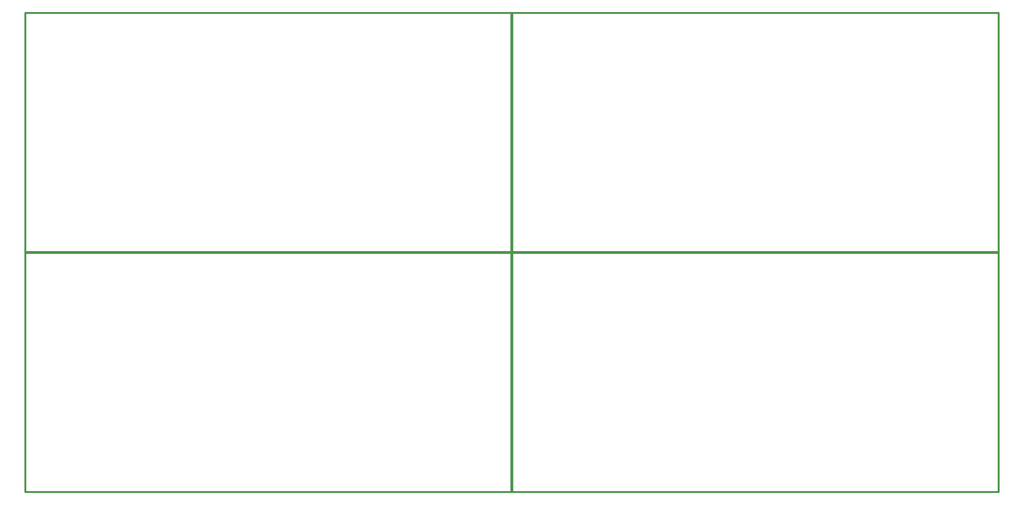
<source format=gm1>
G04*
G04 #@! TF.GenerationSoftware,Altium Limited,Altium Designer,20.0.14 (345)*
G04*
G04 Layer_Color=16711935*
%FSLAX44Y44*%
%MOMM*%
G71*
G01*
G75*
%ADD41C,0.5000*%
D41*
X0Y0D02*
Y1283000D01*
X2603000D01*
X2603000Y0D01*
X0D02*
X2603000D01*
X-1Y1282500D02*
Y642500D01*
X1299999D02*
X-1D01*
X1300000Y1282500D02*
X1299999Y642500D01*
X1300000Y1282500D02*
X-1D01*
X1302499D02*
Y642500D01*
X2602499D02*
X1302499D01*
X2602500Y1282500D02*
X2602499Y642500D01*
X2602500Y1282500D02*
X1302499D01*
X2602501Y0D02*
Y640000D01*
X1302501D02*
X2602501D01*
X1302500Y0D02*
X1302501Y640000D01*
X1302500Y0D02*
X2602501D01*
X1300001D02*
Y640000D01*
X1D02*
X1300001D01*
X0Y0D02*
X1Y640000D01*
X0Y0D02*
X1300001D01*
X0D02*
Y1283000D01*
X2603000D01*
X2603000Y0D01*
X0D02*
X2603000D01*
X-1Y1282500D02*
Y642500D01*
X1299999D02*
X-1D01*
X1300000Y1282500D02*
X1299999Y642500D01*
X1300000Y1282500D02*
X-1D01*
X1302499D02*
Y642500D01*
X2602499D02*
X1302499D01*
X2602500Y1282500D02*
X2602499Y642500D01*
X2602500Y1282500D02*
X1302499D01*
X2602501Y0D02*
Y640000D01*
X1302501D02*
X2602501D01*
X1302500Y0D02*
X1302501Y640000D01*
X1302500Y0D02*
X2602501D01*
X1300001D02*
Y640000D01*
X1D02*
X1300001D01*
X0Y0D02*
X1Y640000D01*
X0Y0D02*
X1300001D01*
M02*

</source>
